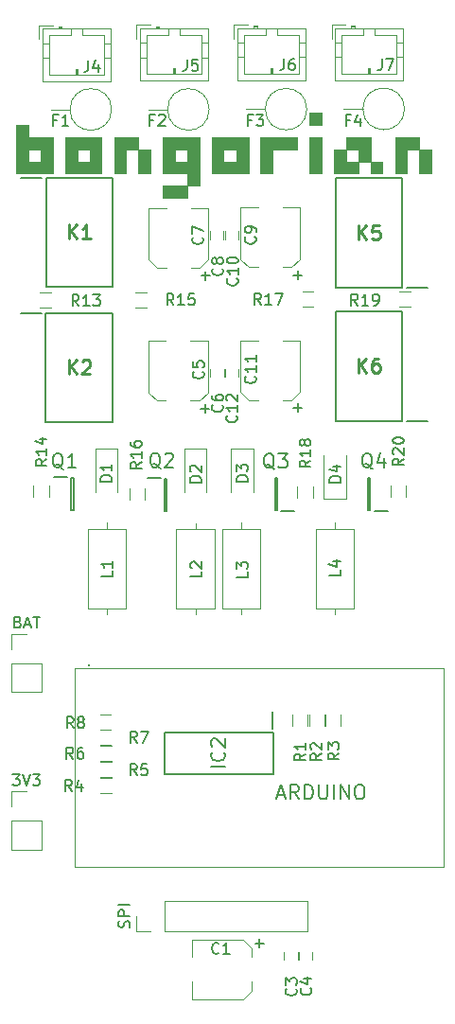
<source format=gto>
G04 #@! TF.FileFunction,Legend,Top*
%FSLAX46Y46*%
G04 Gerber Fmt 4.6, Leading zero omitted, Abs format (unit mm)*
G04 Created by KiCad (PCBNEW 4.0.7) date 06/26/18 02:25:57*
%MOMM*%
%LPD*%
G01*
G04 APERTURE LIST*
%ADD10C,0.150000*%
%ADD11C,0.120000*%
%ADD12C,0.100000*%
%ADD13C,0.200000*%
%ADD14C,0.010000*%
%ADD15C,0.254000*%
G04 APERTURE END LIST*
D10*
D11*
X136903000Y-159179000D02*
X136903000Y-157629000D01*
X136903000Y-153849000D02*
X136903000Y-155399000D01*
X142243000Y-154609000D02*
X142243000Y-155399000D01*
X142243000Y-158419000D02*
X142243000Y-157629000D01*
X136903000Y-159179000D02*
X141483000Y-159179000D01*
X141483000Y-159179000D02*
X142243000Y-158419000D01*
X142243000Y-154609000D02*
X141483000Y-153849000D01*
X141483000Y-153849000D02*
X136903000Y-153849000D01*
X146371000Y-154996000D02*
X146371000Y-155696000D01*
X145171000Y-155696000D02*
X145171000Y-154996000D01*
X147666000Y-154996000D02*
X147666000Y-155696000D01*
X146466000Y-155696000D02*
X146466000Y-154996000D01*
X132997000Y-100327000D02*
X134547000Y-100327000D01*
X138327000Y-100327000D02*
X136777000Y-100327000D01*
X137567000Y-105667000D02*
X136777000Y-105667000D01*
X133757000Y-105667000D02*
X134547000Y-105667000D01*
X132997000Y-100327000D02*
X132997000Y-104907000D01*
X132997000Y-104907000D02*
X133757000Y-105667000D01*
X137567000Y-105667000D02*
X138327000Y-104907000D01*
X138327000Y-104907000D02*
X138327000Y-100327000D01*
X138567000Y-103499000D02*
X138567000Y-102799000D01*
X139767000Y-102799000D02*
X139767000Y-103499000D01*
X133048000Y-88414400D02*
X134598000Y-88414400D01*
X138378000Y-88414400D02*
X136828000Y-88414400D01*
X137618000Y-93754400D02*
X136828000Y-93754400D01*
X133808000Y-93754400D02*
X134598000Y-93754400D01*
X133048000Y-88414400D02*
X133048000Y-92994400D01*
X133048000Y-92994400D02*
X133808000Y-93754400D01*
X137618000Y-93754400D02*
X138378000Y-92994400D01*
X138378000Y-92994400D02*
X138378000Y-88414400D01*
X141277000Y-88389000D02*
X142827000Y-88389000D01*
X146607000Y-88389000D02*
X145057000Y-88389000D01*
X145847000Y-93729000D02*
X145057000Y-93729000D01*
X142037000Y-93729000D02*
X142827000Y-93729000D01*
X141277000Y-88389000D02*
X141277000Y-92969000D01*
X141277000Y-92969000D02*
X142037000Y-93729000D01*
X145847000Y-93729000D02*
X146607000Y-92969000D01*
X146607000Y-92969000D02*
X146607000Y-88389000D01*
X139887000Y-91205800D02*
X139887000Y-90505800D01*
X141087000Y-90505800D02*
X141087000Y-91205800D01*
X141277000Y-100251000D02*
X142827000Y-100251000D01*
X146607000Y-100251000D02*
X145057000Y-100251000D01*
X145847000Y-105591000D02*
X145057000Y-105591000D01*
X142037000Y-105591000D02*
X142827000Y-105591000D01*
X141277000Y-100251000D02*
X141277000Y-104831000D01*
X141277000Y-104831000D02*
X142037000Y-105591000D01*
X145847000Y-105591000D02*
X146607000Y-104831000D01*
X146607000Y-104831000D02*
X146607000Y-100251000D01*
X139913000Y-103499000D02*
X139913000Y-102799000D01*
X141113000Y-102799000D02*
X141113000Y-103499000D01*
X130261000Y-109942000D02*
X128261000Y-109942000D01*
X128261000Y-109942000D02*
X128261000Y-113842000D01*
X130261000Y-109942000D02*
X130261000Y-113842000D01*
X138236000Y-109967000D02*
X136236000Y-109967000D01*
X136236000Y-109967000D02*
X136236000Y-113867000D01*
X138236000Y-109967000D02*
X138236000Y-113867000D01*
X142402000Y-109942000D02*
X140402000Y-109942000D01*
X140402000Y-109942000D02*
X140402000Y-113842000D01*
X142402000Y-109942000D02*
X142402000Y-113842000D01*
X148733000Y-114442000D02*
X150733000Y-114442000D01*
X150733000Y-114442000D02*
X150733000Y-110542000D01*
X148733000Y-114442000D02*
X148733000Y-110542000D01*
X129724000Y-79603600D02*
G75*
G03X129724000Y-79603600I-1860000J0D01*
G01*
X126004000Y-79603600D02*
X124284000Y-79603600D01*
X138461000Y-79603600D02*
G75*
G03X138461000Y-79603600I-1860000J0D01*
G01*
X134741000Y-79603600D02*
X133021000Y-79603600D01*
X147199000Y-79578200D02*
G75*
G03X147199000Y-79578200I-1860000J0D01*
G01*
X143479000Y-79578200D02*
X141759000Y-79578200D01*
X155936000Y-79552800D02*
G75*
G03X155936000Y-79552800I-1860000J0D01*
G01*
X152216000Y-79552800D02*
X150496000Y-79552800D01*
D12*
X126416000Y-129616000D02*
X159436000Y-129616000D01*
X159436000Y-129616000D02*
X159436000Y-147396000D01*
X159436000Y-147396000D02*
X126416000Y-147396000D01*
X126416000Y-147396000D02*
X126416000Y-129616000D01*
X127616000Y-129306000D02*
X127616000Y-129306000D01*
X127716000Y-129306000D02*
X127716000Y-129306000D01*
X127716000Y-129306000D02*
G75*
G03X127616000Y-129306000I-50000J0D01*
G01*
X127616000Y-129306000D02*
G75*
G03X127716000Y-129306000I50000J0D01*
G01*
D13*
X144169000Y-135335000D02*
X144169000Y-139035000D01*
X144169000Y-139035000D02*
X134469000Y-139035000D01*
X134469000Y-139035000D02*
X134469000Y-135335000D01*
X134469000Y-135335000D02*
X144169000Y-135335000D01*
X144119000Y-133510000D02*
X144119000Y-134985000D01*
D11*
X147253000Y-153095000D02*
X147253000Y-150435000D01*
X134493000Y-153095000D02*
X147253000Y-153095000D01*
X134493000Y-150435000D02*
X147253000Y-150435000D01*
X134493000Y-153095000D02*
X134493000Y-150435000D01*
X133223000Y-153095000D02*
X131893000Y-153095000D01*
X131893000Y-153095000D02*
X131893000Y-151765000D01*
X120768000Y-131734000D02*
X123428000Y-131734000D01*
X120768000Y-129134000D02*
X120768000Y-131734000D01*
X123428000Y-129134000D02*
X123428000Y-131734000D01*
X120768000Y-129134000D02*
X123428000Y-129134000D01*
X120768000Y-127864000D02*
X120768000Y-126534000D01*
X120768000Y-126534000D02*
X122098000Y-126534000D01*
X120768000Y-145831000D02*
X123428000Y-145831000D01*
X120768000Y-143231000D02*
X120768000Y-145831000D01*
X123428000Y-143231000D02*
X123428000Y-145831000D01*
X120768000Y-143231000D02*
X123428000Y-143231000D01*
X120768000Y-141961000D02*
X120768000Y-140631000D01*
X120768000Y-140631000D02*
X122098000Y-140631000D01*
X123528000Y-72368000D02*
X123528000Y-77068000D01*
X123528000Y-77068000D02*
X129628000Y-77068000D01*
X129628000Y-77068000D02*
X129628000Y-72368000D01*
X129628000Y-72368000D02*
X123528000Y-72368000D01*
X126078000Y-72368000D02*
X126078000Y-72968000D01*
X126078000Y-72968000D02*
X124128000Y-72968000D01*
X124128000Y-72968000D02*
X124128000Y-76468000D01*
X124128000Y-76468000D02*
X129028000Y-76468000D01*
X129028000Y-76468000D02*
X129028000Y-72968000D01*
X129028000Y-72968000D02*
X127078000Y-72968000D01*
X127078000Y-72968000D02*
X127078000Y-72368000D01*
X123528000Y-73668000D02*
X124128000Y-73668000D01*
X123528000Y-74968000D02*
X124128000Y-74968000D01*
X129628000Y-73668000D02*
X129028000Y-73668000D01*
X129628000Y-74968000D02*
X129028000Y-74968000D01*
X125278000Y-72368000D02*
X125278000Y-72168000D01*
X125278000Y-72168000D02*
X124978000Y-72168000D01*
X124978000Y-72168000D02*
X124978000Y-72368000D01*
X125278000Y-72268000D02*
X124978000Y-72268000D01*
X126478000Y-76468000D02*
X126478000Y-75968000D01*
X126478000Y-75968000D02*
X126678000Y-75968000D01*
X126678000Y-75968000D02*
X126678000Y-76468000D01*
X126578000Y-76468000D02*
X126578000Y-75968000D01*
X124478000Y-72068000D02*
X123228000Y-72068000D01*
X123228000Y-72068000D02*
X123228000Y-73318000D01*
X132240000Y-72342600D02*
X132240000Y-77042600D01*
X132240000Y-77042600D02*
X138340000Y-77042600D01*
X138340000Y-77042600D02*
X138340000Y-72342600D01*
X138340000Y-72342600D02*
X132240000Y-72342600D01*
X134790000Y-72342600D02*
X134790000Y-72942600D01*
X134790000Y-72942600D02*
X132840000Y-72942600D01*
X132840000Y-72942600D02*
X132840000Y-76442600D01*
X132840000Y-76442600D02*
X137740000Y-76442600D01*
X137740000Y-76442600D02*
X137740000Y-72942600D01*
X137740000Y-72942600D02*
X135790000Y-72942600D01*
X135790000Y-72942600D02*
X135790000Y-72342600D01*
X132240000Y-73642600D02*
X132840000Y-73642600D01*
X132240000Y-74942600D02*
X132840000Y-74942600D01*
X138340000Y-73642600D02*
X137740000Y-73642600D01*
X138340000Y-74942600D02*
X137740000Y-74942600D01*
X133990000Y-72342600D02*
X133990000Y-72142600D01*
X133990000Y-72142600D02*
X133690000Y-72142600D01*
X133690000Y-72142600D02*
X133690000Y-72342600D01*
X133990000Y-72242600D02*
X133690000Y-72242600D01*
X135190000Y-76442600D02*
X135190000Y-75942600D01*
X135190000Y-75942600D02*
X135390000Y-75942600D01*
X135390000Y-75942600D02*
X135390000Y-76442600D01*
X135290000Y-76442600D02*
X135290000Y-75942600D01*
X133190000Y-72042600D02*
X131940000Y-72042600D01*
X131940000Y-72042600D02*
X131940000Y-73292600D01*
X140977000Y-72317200D02*
X140977000Y-77017200D01*
X140977000Y-77017200D02*
X147077000Y-77017200D01*
X147077000Y-77017200D02*
X147077000Y-72317200D01*
X147077000Y-72317200D02*
X140977000Y-72317200D01*
X143527000Y-72317200D02*
X143527000Y-72917200D01*
X143527000Y-72917200D02*
X141577000Y-72917200D01*
X141577000Y-72917200D02*
X141577000Y-76417200D01*
X141577000Y-76417200D02*
X146477000Y-76417200D01*
X146477000Y-76417200D02*
X146477000Y-72917200D01*
X146477000Y-72917200D02*
X144527000Y-72917200D01*
X144527000Y-72917200D02*
X144527000Y-72317200D01*
X140977000Y-73617200D02*
X141577000Y-73617200D01*
X140977000Y-74917200D02*
X141577000Y-74917200D01*
X147077000Y-73617200D02*
X146477000Y-73617200D01*
X147077000Y-74917200D02*
X146477000Y-74917200D01*
X142727000Y-72317200D02*
X142727000Y-72117200D01*
X142727000Y-72117200D02*
X142427000Y-72117200D01*
X142427000Y-72117200D02*
X142427000Y-72317200D01*
X142727000Y-72217200D02*
X142427000Y-72217200D01*
X143927000Y-76417200D02*
X143927000Y-75917200D01*
X143927000Y-75917200D02*
X144127000Y-75917200D01*
X144127000Y-75917200D02*
X144127000Y-76417200D01*
X144027000Y-76417200D02*
X144027000Y-75917200D01*
X141927000Y-72017200D02*
X140677000Y-72017200D01*
X140677000Y-72017200D02*
X140677000Y-73267200D01*
X149715000Y-72317200D02*
X149715000Y-77017200D01*
X149715000Y-77017200D02*
X155815000Y-77017200D01*
X155815000Y-77017200D02*
X155815000Y-72317200D01*
X155815000Y-72317200D02*
X149715000Y-72317200D01*
X152265000Y-72317200D02*
X152265000Y-72917200D01*
X152265000Y-72917200D02*
X150315000Y-72917200D01*
X150315000Y-72917200D02*
X150315000Y-76417200D01*
X150315000Y-76417200D02*
X155215000Y-76417200D01*
X155215000Y-76417200D02*
X155215000Y-72917200D01*
X155215000Y-72917200D02*
X153265000Y-72917200D01*
X153265000Y-72917200D02*
X153265000Y-72317200D01*
X149715000Y-73617200D02*
X150315000Y-73617200D01*
X149715000Y-74917200D02*
X150315000Y-74917200D01*
X155815000Y-73617200D02*
X155215000Y-73617200D01*
X155815000Y-74917200D02*
X155215000Y-74917200D01*
X151465000Y-72317200D02*
X151465000Y-72117200D01*
X151465000Y-72117200D02*
X151165000Y-72117200D01*
X151165000Y-72117200D02*
X151165000Y-72317200D01*
X151465000Y-72217200D02*
X151165000Y-72217200D01*
X152665000Y-76417200D02*
X152665000Y-75917200D01*
X152665000Y-75917200D02*
X152865000Y-75917200D01*
X152865000Y-75917200D02*
X152865000Y-76417200D01*
X152765000Y-76417200D02*
X152765000Y-75917200D01*
X150665000Y-72017200D02*
X149415000Y-72017200D01*
X149415000Y-72017200D02*
X149415000Y-73267200D01*
D13*
X123848000Y-85711800D02*
X129848000Y-85711800D01*
X129848000Y-85711800D02*
X129848000Y-95491800D01*
X129848000Y-95491800D02*
X123848000Y-95491800D01*
X123848000Y-95491800D02*
X123848000Y-85711800D01*
X121598000Y-85716800D02*
X123498000Y-85716800D01*
X123822000Y-97802000D02*
X129822000Y-97802000D01*
X129822000Y-97802000D02*
X129822000Y-107582000D01*
X129822000Y-107582000D02*
X123822000Y-107582000D01*
X123822000Y-107582000D02*
X123822000Y-97802000D01*
X121572000Y-97807000D02*
X123472000Y-97807000D01*
X155756000Y-95542600D02*
X149756000Y-95542600D01*
X149756000Y-95542600D02*
X149756000Y-85762600D01*
X149756000Y-85762600D02*
X155756000Y-85762600D01*
X155756000Y-85762600D02*
X155756000Y-95542600D01*
X158006000Y-95537600D02*
X156106000Y-95537600D01*
X155756000Y-107455000D02*
X149756000Y-107455000D01*
X149756000Y-107455000D02*
X149756000Y-97675000D01*
X149756000Y-97675000D02*
X155756000Y-97675000D01*
X155756000Y-97675000D02*
X155756000Y-107455000D01*
X158006000Y-107450000D02*
X156106000Y-107450000D01*
D11*
X130996000Y-117115000D02*
X127576000Y-117115000D01*
X127576000Y-117115000D02*
X127576000Y-124235000D01*
X127576000Y-124235000D02*
X130996000Y-124235000D01*
X130996000Y-124235000D02*
X130996000Y-117115000D01*
X129286000Y-116575000D02*
X129286000Y-117115000D01*
X129286000Y-124775000D02*
X129286000Y-124235000D01*
X138946000Y-117141000D02*
X135526000Y-117141000D01*
X135526000Y-117141000D02*
X135526000Y-124261000D01*
X135526000Y-124261000D02*
X138946000Y-124261000D01*
X138946000Y-124261000D02*
X138946000Y-117141000D01*
X137236000Y-116601000D02*
X137236000Y-117141000D01*
X137236000Y-124801000D02*
X137236000Y-124261000D01*
X143061000Y-117115000D02*
X139641000Y-117115000D01*
X139641000Y-117115000D02*
X139641000Y-124235000D01*
X139641000Y-124235000D02*
X143061000Y-124235000D01*
X143061000Y-124235000D02*
X143061000Y-117115000D01*
X141351000Y-116575000D02*
X141351000Y-117115000D01*
X141351000Y-124775000D02*
X141351000Y-124235000D01*
X151443000Y-117115000D02*
X148023000Y-117115000D01*
X148023000Y-117115000D02*
X148023000Y-124235000D01*
X148023000Y-124235000D02*
X151443000Y-124235000D01*
X151443000Y-124235000D02*
X151443000Y-117115000D01*
X149733000Y-116575000D02*
X149733000Y-117115000D01*
X149733000Y-124775000D02*
X149733000Y-124235000D01*
D13*
X126113000Y-112571000D02*
X126313000Y-112571000D01*
X126313000Y-112571000D02*
X126313000Y-115471000D01*
X126313000Y-115471000D02*
X126113000Y-115471000D01*
X126113000Y-115471000D02*
X126113000Y-112571000D01*
X124563000Y-112486000D02*
X125763000Y-112486000D01*
X134469000Y-112672000D02*
X134669000Y-112672000D01*
X134669000Y-112672000D02*
X134669000Y-115572000D01*
X134669000Y-115572000D02*
X134469000Y-115572000D01*
X134469000Y-115572000D02*
X134469000Y-112672000D01*
X132919000Y-112587000D02*
X134119000Y-112587000D01*
X144550000Y-115471000D02*
X144350000Y-115471000D01*
X144350000Y-115471000D02*
X144350000Y-112571000D01*
X144350000Y-112571000D02*
X144550000Y-112571000D01*
X144550000Y-112571000D02*
X144550000Y-115471000D01*
X146100000Y-115556000D02*
X144900000Y-115556000D01*
X152881000Y-115445000D02*
X152681000Y-115445000D01*
X152681000Y-115445000D02*
X152681000Y-112545000D01*
X152681000Y-112545000D02*
X152881000Y-112545000D01*
X152881000Y-112545000D02*
X152881000Y-115445000D01*
X154431000Y-115530000D02*
X153231000Y-115530000D01*
D11*
X145929000Y-134714000D02*
X145929000Y-133714000D01*
X147289000Y-133714000D02*
X147289000Y-134714000D01*
X147402000Y-134714000D02*
X147402000Y-133714000D01*
X148762000Y-133714000D02*
X148762000Y-134714000D01*
X148875000Y-134714000D02*
X148875000Y-133714000D01*
X150235000Y-133714000D02*
X150235000Y-134714000D01*
X128710000Y-139401000D02*
X129710000Y-139401000D01*
X129710000Y-140761000D02*
X128710000Y-140761000D01*
X128710000Y-137979000D02*
X129710000Y-137979000D01*
X129710000Y-139339000D02*
X128710000Y-139339000D01*
X128710000Y-136556000D02*
X129710000Y-136556000D01*
X129710000Y-137916000D02*
X128710000Y-137916000D01*
X128684000Y-135108000D02*
X129684000Y-135108000D01*
X129684000Y-136468000D02*
X128684000Y-136468000D01*
X128684000Y-133737000D02*
X129684000Y-133737000D01*
X129684000Y-135097000D02*
X128684000Y-135097000D01*
X123300000Y-95967000D02*
X124300000Y-95967000D01*
X124300000Y-97327000D02*
X123300000Y-97327000D01*
X124099000Y-113267000D02*
X124099000Y-114267000D01*
X122739000Y-114267000D02*
X122739000Y-113267000D01*
X131859000Y-95967000D02*
X132859000Y-95967000D01*
X132859000Y-97327000D02*
X131859000Y-97327000D01*
X132658000Y-113495000D02*
X132658000Y-114495000D01*
X131298000Y-114495000D02*
X131298000Y-113495000D01*
X147795000Y-97276200D02*
X146795000Y-97276200D01*
X146795000Y-95916200D02*
X147795000Y-95916200D01*
X146361000Y-114317000D02*
X146361000Y-113317000D01*
X147721000Y-113317000D02*
X147721000Y-114317000D01*
X156481000Y-97276200D02*
X155481000Y-97276200D01*
X155481000Y-95916200D02*
X156481000Y-95916200D01*
X154717000Y-114267000D02*
X154717000Y-113267000D01*
X156077000Y-113267000D02*
X156077000Y-114267000D01*
X138516000Y-91205800D02*
X138516000Y-90505800D01*
X139716000Y-90505800D02*
X139716000Y-91205800D01*
D14*
G36*
X136485086Y-87513886D02*
X134307943Y-87513886D01*
X134307943Y-86425315D01*
X136485086Y-86425315D01*
X136485086Y-87513886D01*
X136485086Y-87513886D01*
G37*
X136485086Y-87513886D02*
X134307943Y-87513886D01*
X134307943Y-86425315D01*
X136485086Y-86425315D01*
X136485086Y-87513886D01*
G36*
X137573657Y-86425315D02*
X136521372Y-86425315D01*
X136521372Y-85336743D01*
X134307943Y-85336743D01*
X134307943Y-83159600D01*
X135396514Y-83159600D01*
X135396514Y-84248172D01*
X136521372Y-84248172D01*
X136521372Y-83159600D01*
X135396514Y-83159600D01*
X134307943Y-83159600D01*
X134307943Y-82071029D01*
X137573657Y-82071029D01*
X137573657Y-86425315D01*
X137573657Y-86425315D01*
G37*
X137573657Y-86425315D02*
X136521372Y-86425315D01*
X136521372Y-85336743D01*
X134307943Y-85336743D01*
X134307943Y-83159600D01*
X135396514Y-83159600D01*
X135396514Y-84248172D01*
X136521372Y-84248172D01*
X136521372Y-83159600D01*
X135396514Y-83159600D01*
X134307943Y-83159600D01*
X134307943Y-82071029D01*
X137573657Y-82071029D01*
X137573657Y-86425315D01*
G36*
X122297372Y-82071029D02*
X124474514Y-82071029D01*
X124474514Y-85336743D01*
X121208800Y-85336743D01*
X121208800Y-83159600D01*
X122297372Y-83159600D01*
X122297372Y-84248172D01*
X123385943Y-84248172D01*
X123385943Y-83159600D01*
X122297372Y-83159600D01*
X121208800Y-83159600D01*
X121208800Y-80982458D01*
X122297372Y-80982458D01*
X122297372Y-82071029D01*
X122297372Y-82071029D01*
G37*
X122297372Y-82071029D02*
X124474514Y-82071029D01*
X124474514Y-85336743D01*
X121208800Y-85336743D01*
X121208800Y-83159600D01*
X122297372Y-83159600D01*
X122297372Y-84248172D01*
X123385943Y-84248172D01*
X123385943Y-83159600D01*
X122297372Y-83159600D01*
X121208800Y-83159600D01*
X121208800Y-80982458D01*
X122297372Y-80982458D01*
X122297372Y-82071029D01*
G36*
X128828800Y-85336743D02*
X125563086Y-85336743D01*
X125563086Y-83159600D01*
X126651657Y-83159600D01*
X126651657Y-84248172D01*
X127776514Y-84248172D01*
X127776514Y-83159600D01*
X126651657Y-83159600D01*
X125563086Y-83159600D01*
X125563086Y-82071029D01*
X128828800Y-82071029D01*
X128828800Y-85336743D01*
X128828800Y-85336743D01*
G37*
X128828800Y-85336743D02*
X125563086Y-85336743D01*
X125563086Y-83159600D01*
X126651657Y-83159600D01*
X126651657Y-84248172D01*
X127776514Y-84248172D01*
X127776514Y-83159600D01*
X126651657Y-83159600D01*
X125563086Y-83159600D01*
X125563086Y-82071029D01*
X128828800Y-82071029D01*
X128828800Y-85336743D01*
G36*
X133219372Y-85336743D02*
X132130800Y-85336743D01*
X132130800Y-83159600D01*
X133219372Y-83159600D01*
X133219372Y-85336743D01*
X133219372Y-85336743D01*
G37*
X133219372Y-85336743D02*
X132130800Y-85336743D01*
X132130800Y-83159600D01*
X133219372Y-83159600D01*
X133219372Y-85336743D01*
G36*
X132130800Y-83159600D02*
X131005943Y-83159600D01*
X131005943Y-85336743D01*
X129953657Y-85336743D01*
X129953657Y-82071029D01*
X132130800Y-82071029D01*
X132130800Y-83159600D01*
X132130800Y-83159600D01*
G37*
X132130800Y-83159600D02*
X131005943Y-83159600D01*
X131005943Y-85336743D01*
X129953657Y-85336743D01*
X129953657Y-82071029D01*
X132130800Y-82071029D01*
X132130800Y-83159600D01*
G36*
X141964229Y-85336743D02*
X138698515Y-85336743D01*
X138698515Y-83159600D01*
X139750800Y-83159600D01*
X139750800Y-84248172D01*
X140875657Y-84248172D01*
X140875657Y-83159600D01*
X139750800Y-83159600D01*
X138698515Y-83159600D01*
X138698515Y-82071029D01*
X141964229Y-82071029D01*
X141964229Y-85336743D01*
X141964229Y-85336743D01*
G37*
X141964229Y-85336743D02*
X138698515Y-85336743D01*
X138698515Y-83159600D01*
X139750800Y-83159600D01*
X139750800Y-84248172D01*
X140875657Y-84248172D01*
X140875657Y-83159600D01*
X139750800Y-83159600D01*
X138698515Y-83159600D01*
X138698515Y-82071029D01*
X141964229Y-82071029D01*
X141964229Y-85336743D01*
G36*
X146318514Y-83159600D02*
X144141372Y-83159600D01*
X144141372Y-85336743D01*
X143052800Y-85336743D01*
X143052800Y-82071029D01*
X146318514Y-82071029D01*
X146318514Y-83159600D01*
X146318514Y-83159600D01*
G37*
X146318514Y-83159600D02*
X144141372Y-83159600D01*
X144141372Y-85336743D01*
X143052800Y-85336743D01*
X143052800Y-82071029D01*
X146318514Y-82071029D01*
X146318514Y-83159600D01*
G36*
X148495657Y-85336743D02*
X147443372Y-85336743D01*
X147443372Y-82071029D01*
X148495657Y-82071029D01*
X148495657Y-85336743D01*
X148495657Y-85336743D01*
G37*
X148495657Y-85336743D02*
X147443372Y-85336743D01*
X147443372Y-82071029D01*
X148495657Y-82071029D01*
X148495657Y-85336743D01*
G36*
X153974800Y-85336743D02*
X152886229Y-85336743D01*
X152886229Y-84248172D01*
X153974800Y-84248172D01*
X153974800Y-85336743D01*
X153974800Y-85336743D01*
G37*
X153974800Y-85336743D02*
X152886229Y-85336743D01*
X152886229Y-84248172D01*
X153974800Y-84248172D01*
X153974800Y-85336743D01*
G36*
X152886229Y-84248172D02*
X151797657Y-84248172D01*
X151797657Y-85336743D01*
X149620514Y-85336743D01*
X149620514Y-83159600D01*
X150709086Y-83159600D01*
X150709086Y-84248172D01*
X151797657Y-84248172D01*
X151797657Y-83159600D01*
X150709086Y-83159600D01*
X150709086Y-82071029D01*
X152886229Y-82071029D01*
X152886229Y-84248172D01*
X152886229Y-84248172D01*
G37*
X152886229Y-84248172D02*
X151797657Y-84248172D01*
X151797657Y-85336743D01*
X149620514Y-85336743D01*
X149620514Y-83159600D01*
X150709086Y-83159600D01*
X150709086Y-84248172D01*
X151797657Y-84248172D01*
X151797657Y-83159600D01*
X150709086Y-83159600D01*
X150709086Y-82071029D01*
X152886229Y-82071029D01*
X152886229Y-84248172D01*
G36*
X157240515Y-83159600D02*
X156151943Y-83159600D01*
X156151943Y-85336743D01*
X155099657Y-85336743D01*
X155099657Y-82071029D01*
X157240515Y-82071029D01*
X157240515Y-83159600D01*
X157240515Y-83159600D01*
G37*
X157240515Y-83159600D02*
X156151943Y-83159600D01*
X156151943Y-85336743D01*
X155099657Y-85336743D01*
X155099657Y-82071029D01*
X157240515Y-82071029D01*
X157240515Y-83159600D01*
G36*
X158329086Y-85336743D02*
X157276800Y-85336743D01*
X157276800Y-83159600D01*
X158329086Y-83159600D01*
X158329086Y-85336743D01*
X158329086Y-85336743D01*
G37*
X158329086Y-85336743D02*
X157276800Y-85336743D01*
X157276800Y-83159600D01*
X158329086Y-83159600D01*
X158329086Y-85336743D01*
G36*
X148495657Y-80946172D02*
X147443372Y-80946172D01*
X147443372Y-79893886D01*
X148495657Y-79893886D01*
X148495657Y-80946172D01*
X148495657Y-80946172D01*
G37*
X148495657Y-80946172D02*
X147443372Y-80946172D01*
X147443372Y-79893886D01*
X148495657Y-79893886D01*
X148495657Y-80946172D01*
D10*
X139330134Y-155043143D02*
X139282515Y-155090762D01*
X139139658Y-155138381D01*
X139044420Y-155138381D01*
X138901562Y-155090762D01*
X138806324Y-154995524D01*
X138758705Y-154900286D01*
X138711086Y-154709810D01*
X138711086Y-154566952D01*
X138758705Y-154376476D01*
X138806324Y-154281238D01*
X138901562Y-154186000D01*
X139044420Y-154138381D01*
X139139658Y-154138381D01*
X139282515Y-154186000D01*
X139330134Y-154233619D01*
X140282515Y-155138381D02*
X139711086Y-155138381D01*
X139996800Y-155138381D02*
X139996800Y-154138381D01*
X139901562Y-154281238D01*
X139806324Y-154376476D01*
X139711086Y-154424095D01*
X142572048Y-154220429D02*
X143333953Y-154220429D01*
X142953001Y-154601381D02*
X142953001Y-153839476D01*
X146203943Y-158256266D02*
X146251562Y-158303885D01*
X146299181Y-158446742D01*
X146299181Y-158541980D01*
X146251562Y-158684838D01*
X146156324Y-158780076D01*
X146061086Y-158827695D01*
X145870610Y-158875314D01*
X145727752Y-158875314D01*
X145537276Y-158827695D01*
X145442038Y-158780076D01*
X145346800Y-158684838D01*
X145299181Y-158541980D01*
X145299181Y-158446742D01*
X145346800Y-158303885D01*
X145394419Y-158256266D01*
X145299181Y-157922933D02*
X145299181Y-157303885D01*
X145680133Y-157637219D01*
X145680133Y-157494361D01*
X145727752Y-157399123D01*
X145775371Y-157351504D01*
X145870610Y-157303885D01*
X146108705Y-157303885D01*
X146203943Y-157351504D01*
X146251562Y-157399123D01*
X146299181Y-157494361D01*
X146299181Y-157780076D01*
X146251562Y-157875314D01*
X146203943Y-157922933D01*
X147524743Y-158205466D02*
X147572362Y-158253085D01*
X147619981Y-158395942D01*
X147619981Y-158491180D01*
X147572362Y-158634038D01*
X147477124Y-158729276D01*
X147381886Y-158776895D01*
X147191410Y-158824514D01*
X147048552Y-158824514D01*
X146858076Y-158776895D01*
X146762838Y-158729276D01*
X146667600Y-158634038D01*
X146619981Y-158491180D01*
X146619981Y-158395942D01*
X146667600Y-158253085D01*
X146715219Y-158205466D01*
X146953314Y-157348323D02*
X147619981Y-157348323D01*
X146572362Y-157586419D02*
X147286648Y-157824514D01*
X147286648Y-157205466D01*
X137898143Y-103062066D02*
X137945762Y-103109685D01*
X137993381Y-103252542D01*
X137993381Y-103347780D01*
X137945762Y-103490638D01*
X137850524Y-103585876D01*
X137755286Y-103633495D01*
X137564810Y-103681114D01*
X137421952Y-103681114D01*
X137231476Y-103633495D01*
X137136238Y-103585876D01*
X137041000Y-103490638D01*
X136993381Y-103347780D01*
X136993381Y-103252542D01*
X137041000Y-103109685D01*
X137088619Y-103062066D01*
X136993381Y-102157304D02*
X136993381Y-102633495D01*
X137469571Y-102681114D01*
X137421952Y-102633495D01*
X137374333Y-102538257D01*
X137374333Y-102300161D01*
X137421952Y-102204923D01*
X137469571Y-102157304D01*
X137564810Y-102109685D01*
X137802905Y-102109685D01*
X137898143Y-102157304D01*
X137945762Y-102204923D01*
X137993381Y-102300161D01*
X137993381Y-102538257D01*
X137945762Y-102633495D01*
X137898143Y-102681114D01*
X138098429Y-106757952D02*
X138098429Y-105996047D01*
X138479381Y-106376999D02*
X137717476Y-106376999D01*
X139599943Y-106033866D02*
X139647562Y-106081485D01*
X139695181Y-106224342D01*
X139695181Y-106319580D01*
X139647562Y-106462438D01*
X139552324Y-106557676D01*
X139457086Y-106605295D01*
X139266610Y-106652914D01*
X139123752Y-106652914D01*
X138933276Y-106605295D01*
X138838038Y-106557676D01*
X138742800Y-106462438D01*
X138695181Y-106319580D01*
X138695181Y-106224342D01*
X138742800Y-106081485D01*
X138790419Y-106033866D01*
X138695181Y-105176723D02*
X138695181Y-105367200D01*
X138742800Y-105462438D01*
X138790419Y-105510057D01*
X138933276Y-105605295D01*
X139123752Y-105652914D01*
X139504705Y-105652914D01*
X139599943Y-105605295D01*
X139647562Y-105557676D01*
X139695181Y-105462438D01*
X139695181Y-105271961D01*
X139647562Y-105176723D01*
X139599943Y-105129104D01*
X139504705Y-105081485D01*
X139266610Y-105081485D01*
X139171371Y-105129104D01*
X139123752Y-105176723D01*
X139076133Y-105271961D01*
X139076133Y-105462438D01*
X139123752Y-105557676D01*
X139171371Y-105605295D01*
X139266610Y-105652914D01*
X137847343Y-91022466D02*
X137894962Y-91070085D01*
X137942581Y-91212942D01*
X137942581Y-91308180D01*
X137894962Y-91451038D01*
X137799724Y-91546276D01*
X137704486Y-91593895D01*
X137514010Y-91641514D01*
X137371152Y-91641514D01*
X137180676Y-91593895D01*
X137085438Y-91546276D01*
X136990200Y-91451038D01*
X136942581Y-91308180D01*
X136942581Y-91212942D01*
X136990200Y-91070085D01*
X137037819Y-91022466D01*
X136942581Y-90689133D02*
X136942581Y-90022466D01*
X137942581Y-90451038D01*
X138149429Y-94845352D02*
X138149429Y-94083447D01*
X138530381Y-94464399D02*
X137768476Y-94464399D01*
X142546343Y-90997066D02*
X142593962Y-91044685D01*
X142641581Y-91187542D01*
X142641581Y-91282780D01*
X142593962Y-91425638D01*
X142498724Y-91520876D01*
X142403486Y-91568495D01*
X142213010Y-91616114D01*
X142070152Y-91616114D01*
X141879676Y-91568495D01*
X141784438Y-91520876D01*
X141689200Y-91425638D01*
X141641581Y-91282780D01*
X141641581Y-91187542D01*
X141689200Y-91044685D01*
X141736819Y-90997066D01*
X142641581Y-90520876D02*
X142641581Y-90330400D01*
X142593962Y-90235161D01*
X142546343Y-90187542D01*
X142403486Y-90092304D01*
X142213010Y-90044685D01*
X141832057Y-90044685D01*
X141736819Y-90092304D01*
X141689200Y-90139923D01*
X141641581Y-90235161D01*
X141641581Y-90425638D01*
X141689200Y-90520876D01*
X141736819Y-90568495D01*
X141832057Y-90616114D01*
X142070152Y-90616114D01*
X142165390Y-90568495D01*
X142213010Y-90520876D01*
X142260629Y-90425638D01*
X142260629Y-90235161D01*
X142213010Y-90139923D01*
X142165390Y-90092304D01*
X142070152Y-90044685D01*
X146378429Y-94819952D02*
X146378429Y-94058047D01*
X146759381Y-94438999D02*
X145997476Y-94438999D01*
X140946143Y-94724457D02*
X140993762Y-94772076D01*
X141041381Y-94914933D01*
X141041381Y-95010171D01*
X140993762Y-95153029D01*
X140898524Y-95248267D01*
X140803286Y-95295886D01*
X140612810Y-95343505D01*
X140469952Y-95343505D01*
X140279476Y-95295886D01*
X140184238Y-95248267D01*
X140089000Y-95153029D01*
X140041381Y-95010171D01*
X140041381Y-94914933D01*
X140089000Y-94772076D01*
X140136619Y-94724457D01*
X141041381Y-93772076D02*
X141041381Y-94343505D01*
X141041381Y-94057791D02*
X140041381Y-94057791D01*
X140184238Y-94153029D01*
X140279476Y-94248267D01*
X140327095Y-94343505D01*
X140041381Y-93153029D02*
X140041381Y-93057790D01*
X140089000Y-92962552D01*
X140136619Y-92914933D01*
X140231857Y-92867314D01*
X140422333Y-92819695D01*
X140660429Y-92819695D01*
X140850905Y-92867314D01*
X140946143Y-92914933D01*
X140993762Y-92962552D01*
X141041381Y-93057790D01*
X141041381Y-93153029D01*
X140993762Y-93248267D01*
X140946143Y-93295886D01*
X140850905Y-93343505D01*
X140660429Y-93391124D01*
X140422333Y-93391124D01*
X140231857Y-93343505D01*
X140136619Y-93295886D01*
X140089000Y-93248267D01*
X140041381Y-93153029D01*
X142546343Y-103487457D02*
X142593962Y-103535076D01*
X142641581Y-103677933D01*
X142641581Y-103773171D01*
X142593962Y-103916029D01*
X142498724Y-104011267D01*
X142403486Y-104058886D01*
X142213010Y-104106505D01*
X142070152Y-104106505D01*
X141879676Y-104058886D01*
X141784438Y-104011267D01*
X141689200Y-103916029D01*
X141641581Y-103773171D01*
X141641581Y-103677933D01*
X141689200Y-103535076D01*
X141736819Y-103487457D01*
X142641581Y-102535076D02*
X142641581Y-103106505D01*
X142641581Y-102820791D02*
X141641581Y-102820791D01*
X141784438Y-102916029D01*
X141879676Y-103011267D01*
X141927295Y-103106505D01*
X142641581Y-101582695D02*
X142641581Y-102154124D01*
X142641581Y-101868410D02*
X141641581Y-101868410D01*
X141784438Y-101963648D01*
X141879676Y-102058886D01*
X141927295Y-102154124D01*
X146378429Y-106681952D02*
X146378429Y-105920047D01*
X146759381Y-106300999D02*
X145997476Y-106300999D01*
X140895343Y-106992657D02*
X140942962Y-107040276D01*
X140990581Y-107183133D01*
X140990581Y-107278371D01*
X140942962Y-107421229D01*
X140847724Y-107516467D01*
X140752486Y-107564086D01*
X140562010Y-107611705D01*
X140419152Y-107611705D01*
X140228676Y-107564086D01*
X140133438Y-107516467D01*
X140038200Y-107421229D01*
X139990581Y-107278371D01*
X139990581Y-107183133D01*
X140038200Y-107040276D01*
X140085819Y-106992657D01*
X140990581Y-106040276D02*
X140990581Y-106611705D01*
X140990581Y-106325991D02*
X139990581Y-106325991D01*
X140133438Y-106421229D01*
X140228676Y-106516467D01*
X140276295Y-106611705D01*
X140085819Y-105659324D02*
X140038200Y-105611705D01*
X139990581Y-105516467D01*
X139990581Y-105278371D01*
X140038200Y-105183133D01*
X140085819Y-105135514D01*
X140181057Y-105087895D01*
X140276295Y-105087895D01*
X140419152Y-105135514D01*
X140990581Y-105706943D01*
X140990581Y-105087895D01*
X129738381Y-112879095D02*
X128738381Y-112879095D01*
X128738381Y-112641000D01*
X128786000Y-112498142D01*
X128881238Y-112402904D01*
X128976476Y-112355285D01*
X129166952Y-112307666D01*
X129309810Y-112307666D01*
X129500286Y-112355285D01*
X129595524Y-112402904D01*
X129690762Y-112498142D01*
X129738381Y-112641000D01*
X129738381Y-112879095D01*
X129738381Y-111355285D02*
X129738381Y-111926714D01*
X129738381Y-111641000D02*
X128738381Y-111641000D01*
X128881238Y-111736238D01*
X128976476Y-111831476D01*
X129024095Y-111926714D01*
X137739381Y-112955295D02*
X136739381Y-112955295D01*
X136739381Y-112717200D01*
X136787000Y-112574342D01*
X136882238Y-112479104D01*
X136977476Y-112431485D01*
X137167952Y-112383866D01*
X137310810Y-112383866D01*
X137501286Y-112431485D01*
X137596524Y-112479104D01*
X137691762Y-112574342D01*
X137739381Y-112717200D01*
X137739381Y-112955295D01*
X136834619Y-112002914D02*
X136787000Y-111955295D01*
X136739381Y-111860057D01*
X136739381Y-111621961D01*
X136787000Y-111526723D01*
X136834619Y-111479104D01*
X136929857Y-111431485D01*
X137025095Y-111431485D01*
X137167952Y-111479104D01*
X137739381Y-112050533D01*
X137739381Y-111431485D01*
X141904981Y-112879095D02*
X140904981Y-112879095D01*
X140904981Y-112641000D01*
X140952600Y-112498142D01*
X141047838Y-112402904D01*
X141143076Y-112355285D01*
X141333552Y-112307666D01*
X141476410Y-112307666D01*
X141666886Y-112355285D01*
X141762124Y-112402904D01*
X141857362Y-112498142D01*
X141904981Y-112641000D01*
X141904981Y-112879095D01*
X140904981Y-111974333D02*
X140904981Y-111355285D01*
X141285933Y-111688619D01*
X141285933Y-111545761D01*
X141333552Y-111450523D01*
X141381171Y-111402904D01*
X141476410Y-111355285D01*
X141714505Y-111355285D01*
X141809743Y-111402904D01*
X141857362Y-111450523D01*
X141904981Y-111545761D01*
X141904981Y-111831476D01*
X141857362Y-111926714D01*
X141809743Y-111974333D01*
X150236181Y-112955295D02*
X149236181Y-112955295D01*
X149236181Y-112717200D01*
X149283800Y-112574342D01*
X149379038Y-112479104D01*
X149474276Y-112431485D01*
X149664752Y-112383866D01*
X149807610Y-112383866D01*
X149998086Y-112431485D01*
X150093324Y-112479104D01*
X150188562Y-112574342D01*
X150236181Y-112717200D01*
X150236181Y-112955295D01*
X149569514Y-111526723D02*
X150236181Y-111526723D01*
X149188562Y-111764819D02*
X149902848Y-112002914D01*
X149902848Y-111383866D01*
X124812467Y-80522771D02*
X124479133Y-80522771D01*
X124479133Y-81046581D02*
X124479133Y-80046581D01*
X124955324Y-80046581D01*
X125860086Y-81046581D02*
X125288657Y-81046581D01*
X125574371Y-81046581D02*
X125574371Y-80046581D01*
X125479133Y-80189438D01*
X125383895Y-80284676D01*
X125288657Y-80332295D01*
X133473867Y-80522771D02*
X133140533Y-80522771D01*
X133140533Y-81046581D02*
X133140533Y-80046581D01*
X133616724Y-80046581D01*
X133950057Y-80141819D02*
X133997676Y-80094200D01*
X134092914Y-80046581D01*
X134331010Y-80046581D01*
X134426248Y-80094200D01*
X134473867Y-80141819D01*
X134521486Y-80237057D01*
X134521486Y-80332295D01*
X134473867Y-80475152D01*
X133902438Y-81046581D01*
X134521486Y-81046581D01*
X142262267Y-80548171D02*
X141928933Y-80548171D01*
X141928933Y-81071981D02*
X141928933Y-80071981D01*
X142405124Y-80071981D01*
X142690838Y-80071981D02*
X143309886Y-80071981D01*
X142976552Y-80452933D01*
X143119410Y-80452933D01*
X143214648Y-80500552D01*
X143262267Y-80548171D01*
X143309886Y-80643410D01*
X143309886Y-80881505D01*
X143262267Y-80976743D01*
X143214648Y-81024362D01*
X143119410Y-81071981D01*
X142833695Y-81071981D01*
X142738457Y-81024362D01*
X142690838Y-80976743D01*
X151025267Y-80548171D02*
X150691933Y-80548171D01*
X150691933Y-81071981D02*
X150691933Y-80071981D01*
X151168124Y-80071981D01*
X151977648Y-80405314D02*
X151977648Y-81071981D01*
X151739552Y-80024362D02*
X151501457Y-80738648D01*
X152120505Y-80738648D01*
X144617925Y-140927667D02*
X145222687Y-140927667D01*
X144496972Y-141290524D02*
X144920306Y-140020524D01*
X145343639Y-141290524D01*
X146492686Y-141290524D02*
X146069353Y-140685762D01*
X145766972Y-141290524D02*
X145766972Y-140020524D01*
X146250781Y-140020524D01*
X146371734Y-140081000D01*
X146432210Y-140141476D01*
X146492686Y-140262429D01*
X146492686Y-140443857D01*
X146432210Y-140564810D01*
X146371734Y-140625286D01*
X146250781Y-140685762D01*
X145766972Y-140685762D01*
X147036972Y-141290524D02*
X147036972Y-140020524D01*
X147339353Y-140020524D01*
X147520781Y-140081000D01*
X147641734Y-140201952D01*
X147702210Y-140322905D01*
X147762686Y-140564810D01*
X147762686Y-140746238D01*
X147702210Y-140988143D01*
X147641734Y-141109095D01*
X147520781Y-141230048D01*
X147339353Y-141290524D01*
X147036972Y-141290524D01*
X148306972Y-140020524D02*
X148306972Y-141048619D01*
X148367448Y-141169571D01*
X148427924Y-141230048D01*
X148548877Y-141290524D01*
X148790781Y-141290524D01*
X148911734Y-141230048D01*
X148972210Y-141169571D01*
X149032686Y-141048619D01*
X149032686Y-140020524D01*
X149637448Y-141290524D02*
X149637448Y-140020524D01*
X150242210Y-141290524D02*
X150242210Y-140020524D01*
X150967924Y-141290524D01*
X150967924Y-140020524D01*
X151814591Y-140020524D02*
X152056495Y-140020524D01*
X152177448Y-140081000D01*
X152298400Y-140201952D01*
X152358876Y-140443857D01*
X152358876Y-140867190D01*
X152298400Y-141109095D01*
X152177448Y-141230048D01*
X152056495Y-141290524D01*
X151814591Y-141290524D01*
X151693638Y-141230048D01*
X151572686Y-141109095D01*
X151512210Y-140867190D01*
X151512210Y-140443857D01*
X151572686Y-140201952D01*
X151693638Y-140081000D01*
X151814591Y-140020524D01*
X139893524Y-138424762D02*
X138623524Y-138424762D01*
X139772571Y-137094286D02*
X139833048Y-137154762D01*
X139893524Y-137336191D01*
X139893524Y-137457143D01*
X139833048Y-137638571D01*
X139712095Y-137759524D01*
X139591143Y-137820000D01*
X139349238Y-137880476D01*
X139167810Y-137880476D01*
X138925905Y-137820000D01*
X138804952Y-137759524D01*
X138684000Y-137638571D01*
X138623524Y-137457143D01*
X138623524Y-137336191D01*
X138684000Y-137154762D01*
X138744476Y-137094286D01*
X138744476Y-136610476D02*
X138684000Y-136550000D01*
X138623524Y-136429048D01*
X138623524Y-136126667D01*
X138684000Y-136005714D01*
X138744476Y-135945238D01*
X138865429Y-135884762D01*
X138986381Y-135884762D01*
X139167810Y-135945238D01*
X139893524Y-136670952D01*
X139893524Y-135884762D01*
X131297762Y-152788809D02*
X131345381Y-152645952D01*
X131345381Y-152407856D01*
X131297762Y-152312618D01*
X131250143Y-152264999D01*
X131154905Y-152217380D01*
X131059667Y-152217380D01*
X130964429Y-152264999D01*
X130916810Y-152312618D01*
X130869190Y-152407856D01*
X130821571Y-152598333D01*
X130773952Y-152693571D01*
X130726333Y-152741190D01*
X130631095Y-152788809D01*
X130535857Y-152788809D01*
X130440619Y-152741190D01*
X130393000Y-152693571D01*
X130345381Y-152598333D01*
X130345381Y-152360237D01*
X130393000Y-152217380D01*
X131345381Y-151788809D02*
X130345381Y-151788809D01*
X130345381Y-151407856D01*
X130393000Y-151312618D01*
X130440619Y-151264999D01*
X130535857Y-151217380D01*
X130678714Y-151217380D01*
X130773952Y-151264999D01*
X130821571Y-151312618D01*
X130869190Y-151407856D01*
X130869190Y-151788809D01*
X131345381Y-150788809D02*
X130345381Y-150788809D01*
X121359905Y-125462571D02*
X121502762Y-125510190D01*
X121550381Y-125557810D01*
X121598000Y-125653048D01*
X121598000Y-125795905D01*
X121550381Y-125891143D01*
X121502762Y-125938762D01*
X121407524Y-125986381D01*
X121026571Y-125986381D01*
X121026571Y-124986381D01*
X121359905Y-124986381D01*
X121455143Y-125034000D01*
X121502762Y-125081619D01*
X121550381Y-125176857D01*
X121550381Y-125272095D01*
X121502762Y-125367333D01*
X121455143Y-125414952D01*
X121359905Y-125462571D01*
X121026571Y-125462571D01*
X121978952Y-125700667D02*
X122455143Y-125700667D01*
X121883714Y-125986381D02*
X122217047Y-124986381D01*
X122550381Y-125986381D01*
X122740857Y-124986381D02*
X123312286Y-124986381D01*
X123026571Y-125986381D02*
X123026571Y-124986381D01*
X120859905Y-139083381D02*
X121478953Y-139083381D01*
X121145619Y-139464333D01*
X121288477Y-139464333D01*
X121383715Y-139511952D01*
X121431334Y-139559571D01*
X121478953Y-139654810D01*
X121478953Y-139892905D01*
X121431334Y-139988143D01*
X121383715Y-140035762D01*
X121288477Y-140083381D01*
X121002762Y-140083381D01*
X120907524Y-140035762D01*
X120859905Y-139988143D01*
X121764667Y-139083381D02*
X122098000Y-140083381D01*
X122431334Y-139083381D01*
X122669429Y-139083381D02*
X123288477Y-139083381D01*
X122955143Y-139464333D01*
X123098001Y-139464333D01*
X123193239Y-139511952D01*
X123240858Y-139559571D01*
X123288477Y-139654810D01*
X123288477Y-139892905D01*
X123240858Y-139988143D01*
X123193239Y-140035762D01*
X123098001Y-140083381D01*
X122812286Y-140083381D01*
X122717048Y-140035762D01*
X122669429Y-139988143D01*
X127631867Y-75220581D02*
X127631867Y-75934867D01*
X127584247Y-76077724D01*
X127489009Y-76172962D01*
X127346152Y-76220581D01*
X127250914Y-76220581D01*
X128536629Y-75553914D02*
X128536629Y-76220581D01*
X128298533Y-75172962D02*
X128060438Y-75887248D01*
X128679486Y-75887248D01*
X136471067Y-75144381D02*
X136471067Y-75858667D01*
X136423447Y-76001524D01*
X136328209Y-76096762D01*
X136185352Y-76144381D01*
X136090114Y-76144381D01*
X137423448Y-75144381D02*
X136947257Y-75144381D01*
X136899638Y-75620571D01*
X136947257Y-75572952D01*
X137042495Y-75525333D01*
X137280591Y-75525333D01*
X137375829Y-75572952D01*
X137423448Y-75620571D01*
X137471067Y-75715810D01*
X137471067Y-75953905D01*
X137423448Y-76049143D01*
X137375829Y-76096762D01*
X137280591Y-76144381D01*
X137042495Y-76144381D01*
X136947257Y-76096762D01*
X136899638Y-76049143D01*
X145157867Y-75068181D02*
X145157867Y-75782467D01*
X145110247Y-75925324D01*
X145015009Y-76020562D01*
X144872152Y-76068181D01*
X144776914Y-76068181D01*
X146062629Y-75068181D02*
X145872152Y-75068181D01*
X145776914Y-75115800D01*
X145729295Y-75163419D01*
X145634057Y-75306276D01*
X145586438Y-75496752D01*
X145586438Y-75877705D01*
X145634057Y-75972943D01*
X145681676Y-76020562D01*
X145776914Y-76068181D01*
X145967391Y-76068181D01*
X146062629Y-76020562D01*
X146110248Y-75972943D01*
X146157867Y-75877705D01*
X146157867Y-75639610D01*
X146110248Y-75544371D01*
X146062629Y-75496752D01*
X145967391Y-75449133D01*
X145776914Y-75449133D01*
X145681676Y-75496752D01*
X145634057Y-75544371D01*
X145586438Y-75639610D01*
X153920867Y-75093581D02*
X153920867Y-75807867D01*
X153873247Y-75950724D01*
X153778009Y-76045962D01*
X153635152Y-76093581D01*
X153539914Y-76093581D01*
X154301819Y-75093581D02*
X154968486Y-75093581D01*
X154539914Y-76093581D01*
D15*
X125910619Y-91176324D02*
X125910619Y-89906324D01*
X126636333Y-91176324D02*
X126092048Y-90450610D01*
X126636333Y-89906324D02*
X125910619Y-90632038D01*
X127845857Y-91176324D02*
X127120143Y-91176324D01*
X127483000Y-91176324D02*
X127483000Y-89906324D01*
X127362048Y-90087752D01*
X127241095Y-90208705D01*
X127120143Y-90269181D01*
X125884619Y-103266524D02*
X125884619Y-101996524D01*
X126610333Y-103266524D02*
X126066048Y-102540810D01*
X126610333Y-101996524D02*
X125884619Y-102722238D01*
X127094143Y-102117476D02*
X127154619Y-102057000D01*
X127275571Y-101996524D01*
X127577952Y-101996524D01*
X127698905Y-102057000D01*
X127759381Y-102117476D01*
X127819857Y-102238429D01*
X127819857Y-102359381D01*
X127759381Y-102540810D01*
X127033667Y-103266524D01*
X127819857Y-103266524D01*
X151818619Y-91227124D02*
X151818619Y-89957124D01*
X152544333Y-91227124D02*
X152000048Y-90501410D01*
X152544333Y-89957124D02*
X151818619Y-90682838D01*
X153693381Y-89957124D02*
X153088619Y-89957124D01*
X153028143Y-90561886D01*
X153088619Y-90501410D01*
X153209571Y-90440933D01*
X153511952Y-90440933D01*
X153632905Y-90501410D01*
X153693381Y-90561886D01*
X153753857Y-90682838D01*
X153753857Y-90985219D01*
X153693381Y-91106171D01*
X153632905Y-91166648D01*
X153511952Y-91227124D01*
X153209571Y-91227124D01*
X153088619Y-91166648D01*
X153028143Y-91106171D01*
X151818619Y-103139524D02*
X151818619Y-101869524D01*
X152544333Y-103139524D02*
X152000048Y-102413810D01*
X152544333Y-101869524D02*
X151818619Y-102595238D01*
X153632905Y-101869524D02*
X153391000Y-101869524D01*
X153270048Y-101930000D01*
X153209571Y-101990476D01*
X153088619Y-102171905D01*
X153028143Y-102413810D01*
X153028143Y-102897619D01*
X153088619Y-103018571D01*
X153149095Y-103079048D01*
X153270048Y-103139524D01*
X153511952Y-103139524D01*
X153632905Y-103079048D01*
X153693381Y-103018571D01*
X153753857Y-102897619D01*
X153753857Y-102595238D01*
X153693381Y-102474286D01*
X153632905Y-102413810D01*
X153511952Y-102353333D01*
X153270048Y-102353333D01*
X153149095Y-102413810D01*
X153088619Y-102474286D01*
X153028143Y-102595238D01*
D10*
X129789181Y-120867466D02*
X129789181Y-121343657D01*
X128789181Y-121343657D01*
X129789181Y-120010323D02*
X129789181Y-120581752D01*
X129789181Y-120296038D02*
X128789181Y-120296038D01*
X128932038Y-120391276D01*
X129027276Y-120486514D01*
X129074895Y-120581752D01*
X137790181Y-120918266D02*
X137790181Y-121394457D01*
X136790181Y-121394457D01*
X136885419Y-120632552D02*
X136837800Y-120584933D01*
X136790181Y-120489695D01*
X136790181Y-120251599D01*
X136837800Y-120156361D01*
X136885419Y-120108742D01*
X136980657Y-120061123D01*
X137075895Y-120061123D01*
X137218752Y-120108742D01*
X137790181Y-120680171D01*
X137790181Y-120061123D01*
X141904981Y-120943666D02*
X141904981Y-121419857D01*
X140904981Y-121419857D01*
X140904981Y-120705571D02*
X140904981Y-120086523D01*
X141285933Y-120419857D01*
X141285933Y-120276999D01*
X141333552Y-120181761D01*
X141381171Y-120134142D01*
X141476410Y-120086523D01*
X141714505Y-120086523D01*
X141809743Y-120134142D01*
X141857362Y-120181761D01*
X141904981Y-120276999D01*
X141904981Y-120562714D01*
X141857362Y-120657952D01*
X141809743Y-120705571D01*
X150185381Y-120791266D02*
X150185381Y-121267457D01*
X149185381Y-121267457D01*
X149518714Y-120029361D02*
X150185381Y-120029361D01*
X149137762Y-120267457D02*
X149852048Y-120505552D01*
X149852048Y-119886504D01*
X125380448Y-111769676D02*
X125259495Y-111709200D01*
X125138543Y-111588248D01*
X124957114Y-111406819D01*
X124836162Y-111346343D01*
X124715210Y-111346343D01*
X124775686Y-111648724D02*
X124654733Y-111588248D01*
X124533781Y-111467295D01*
X124473305Y-111225390D01*
X124473305Y-110802057D01*
X124533781Y-110560152D01*
X124654733Y-110439200D01*
X124775686Y-110378724D01*
X125017590Y-110378724D01*
X125138543Y-110439200D01*
X125259495Y-110560152D01*
X125319971Y-110802057D01*
X125319971Y-111225390D01*
X125259495Y-111467295D01*
X125138543Y-111588248D01*
X125017590Y-111648724D01*
X124775686Y-111648724D01*
X126529495Y-111648724D02*
X125803781Y-111648724D01*
X126166638Y-111648724D02*
X126166638Y-110378724D01*
X126045686Y-110560152D01*
X125924733Y-110681105D01*
X125803781Y-110741581D01*
X134092648Y-111718876D02*
X133971695Y-111658400D01*
X133850743Y-111537448D01*
X133669314Y-111356019D01*
X133548362Y-111295543D01*
X133427410Y-111295543D01*
X133487886Y-111597924D02*
X133366933Y-111537448D01*
X133245981Y-111416495D01*
X133185505Y-111174590D01*
X133185505Y-110751257D01*
X133245981Y-110509352D01*
X133366933Y-110388400D01*
X133487886Y-110327924D01*
X133729790Y-110327924D01*
X133850743Y-110388400D01*
X133971695Y-110509352D01*
X134032171Y-110751257D01*
X134032171Y-111174590D01*
X133971695Y-111416495D01*
X133850743Y-111537448D01*
X133729790Y-111597924D01*
X133487886Y-111597924D01*
X134515981Y-110448876D02*
X134576457Y-110388400D01*
X134697409Y-110327924D01*
X134999790Y-110327924D01*
X135120743Y-110388400D01*
X135181219Y-110448876D01*
X135241695Y-110569829D01*
X135241695Y-110690781D01*
X135181219Y-110872210D01*
X134455505Y-111597924D01*
X135241695Y-111597924D01*
X144303448Y-111795076D02*
X144182495Y-111734600D01*
X144061543Y-111613648D01*
X143880114Y-111432219D01*
X143759162Y-111371743D01*
X143638210Y-111371743D01*
X143698686Y-111674124D02*
X143577733Y-111613648D01*
X143456781Y-111492695D01*
X143396305Y-111250790D01*
X143396305Y-110827457D01*
X143456781Y-110585552D01*
X143577733Y-110464600D01*
X143698686Y-110404124D01*
X143940590Y-110404124D01*
X144061543Y-110464600D01*
X144182495Y-110585552D01*
X144242971Y-110827457D01*
X144242971Y-111250790D01*
X144182495Y-111492695D01*
X144061543Y-111613648D01*
X143940590Y-111674124D01*
X143698686Y-111674124D01*
X144666305Y-110404124D02*
X145452495Y-110404124D01*
X145029162Y-110887933D01*
X145210590Y-110887933D01*
X145331543Y-110948410D01*
X145392019Y-111008886D01*
X145452495Y-111129838D01*
X145452495Y-111432219D01*
X145392019Y-111553171D01*
X145331543Y-111613648D01*
X145210590Y-111674124D01*
X144847733Y-111674124D01*
X144726781Y-111613648D01*
X144666305Y-111553171D01*
X153066448Y-111744276D02*
X152945495Y-111683800D01*
X152824543Y-111562848D01*
X152643114Y-111381419D01*
X152522162Y-111320943D01*
X152401210Y-111320943D01*
X152461686Y-111623324D02*
X152340733Y-111562848D01*
X152219781Y-111441895D01*
X152159305Y-111199990D01*
X152159305Y-110776657D01*
X152219781Y-110534752D01*
X152340733Y-110413800D01*
X152461686Y-110353324D01*
X152703590Y-110353324D01*
X152824543Y-110413800D01*
X152945495Y-110534752D01*
X153005971Y-110776657D01*
X153005971Y-111199990D01*
X152945495Y-111441895D01*
X152824543Y-111562848D01*
X152703590Y-111623324D01*
X152461686Y-111623324D01*
X154094543Y-110776657D02*
X154094543Y-111623324D01*
X153792162Y-110292848D02*
X153489781Y-111199990D01*
X154275971Y-111199990D01*
X147086581Y-137250466D02*
X146610390Y-137583800D01*
X147086581Y-137821895D02*
X146086581Y-137821895D01*
X146086581Y-137440942D01*
X146134200Y-137345704D01*
X146181819Y-137298085D01*
X146277057Y-137250466D01*
X146419914Y-137250466D01*
X146515152Y-137298085D01*
X146562771Y-137345704D01*
X146610390Y-137440942D01*
X146610390Y-137821895D01*
X147086581Y-136298085D02*
X147086581Y-136869514D01*
X147086581Y-136583800D02*
X146086581Y-136583800D01*
X146229438Y-136679038D01*
X146324676Y-136774276D01*
X146372295Y-136869514D01*
X148534381Y-137225066D02*
X148058190Y-137558400D01*
X148534381Y-137796495D02*
X147534381Y-137796495D01*
X147534381Y-137415542D01*
X147582000Y-137320304D01*
X147629619Y-137272685D01*
X147724857Y-137225066D01*
X147867714Y-137225066D01*
X147962952Y-137272685D01*
X148010571Y-137320304D01*
X148058190Y-137415542D01*
X148058190Y-137796495D01*
X147629619Y-136844114D02*
X147582000Y-136796495D01*
X147534381Y-136701257D01*
X147534381Y-136463161D01*
X147582000Y-136367923D01*
X147629619Y-136320304D01*
X147724857Y-136272685D01*
X147820095Y-136272685D01*
X147962952Y-136320304D01*
X148534381Y-136891733D01*
X148534381Y-136272685D01*
X150083781Y-137174266D02*
X149607590Y-137507600D01*
X150083781Y-137745695D02*
X149083781Y-137745695D01*
X149083781Y-137364742D01*
X149131400Y-137269504D01*
X149179019Y-137221885D01*
X149274257Y-137174266D01*
X149417114Y-137174266D01*
X149512352Y-137221885D01*
X149559971Y-137269504D01*
X149607590Y-137364742D01*
X149607590Y-137745695D01*
X149083781Y-136840933D02*
X149083781Y-136221885D01*
X149464733Y-136555219D01*
X149464733Y-136412361D01*
X149512352Y-136317123D01*
X149559971Y-136269504D01*
X149655210Y-136221885D01*
X149893305Y-136221885D01*
X149988543Y-136269504D01*
X150036162Y-136317123D01*
X150083781Y-136412361D01*
X150083781Y-136698076D01*
X150036162Y-136793314D01*
X149988543Y-136840933D01*
X126172934Y-140584181D02*
X125839600Y-140107990D01*
X125601505Y-140584181D02*
X125601505Y-139584181D01*
X125982458Y-139584181D01*
X126077696Y-139631800D01*
X126125315Y-139679419D01*
X126172934Y-139774657D01*
X126172934Y-139917514D01*
X126125315Y-140012752D01*
X126077696Y-140060371D01*
X125982458Y-140107990D01*
X125601505Y-140107990D01*
X127030077Y-139917514D02*
X127030077Y-140584181D01*
X126791981Y-139536562D02*
X126553886Y-140250848D01*
X127172934Y-140250848D01*
X131989534Y-139161781D02*
X131656200Y-138685590D01*
X131418105Y-139161781D02*
X131418105Y-138161781D01*
X131799058Y-138161781D01*
X131894296Y-138209400D01*
X131941915Y-138257019D01*
X131989534Y-138352257D01*
X131989534Y-138495114D01*
X131941915Y-138590352D01*
X131894296Y-138637971D01*
X131799058Y-138685590D01*
X131418105Y-138685590D01*
X132894296Y-138161781D02*
X132418105Y-138161781D01*
X132370486Y-138637971D01*
X132418105Y-138590352D01*
X132513343Y-138542733D01*
X132751439Y-138542733D01*
X132846677Y-138590352D01*
X132894296Y-138637971D01*
X132941915Y-138733210D01*
X132941915Y-138971305D01*
X132894296Y-139066543D01*
X132846677Y-139114162D01*
X132751439Y-139161781D01*
X132513343Y-139161781D01*
X132418105Y-139114162D01*
X132370486Y-139066543D01*
X126274534Y-137688581D02*
X125941200Y-137212390D01*
X125703105Y-137688581D02*
X125703105Y-136688581D01*
X126084058Y-136688581D01*
X126179296Y-136736200D01*
X126226915Y-136783819D01*
X126274534Y-136879057D01*
X126274534Y-137021914D01*
X126226915Y-137117152D01*
X126179296Y-137164771D01*
X126084058Y-137212390D01*
X125703105Y-137212390D01*
X127131677Y-136688581D02*
X126941200Y-136688581D01*
X126845962Y-136736200D01*
X126798343Y-136783819D01*
X126703105Y-136926676D01*
X126655486Y-137117152D01*
X126655486Y-137498105D01*
X126703105Y-137593343D01*
X126750724Y-137640962D01*
X126845962Y-137688581D01*
X127036439Y-137688581D01*
X127131677Y-137640962D01*
X127179296Y-137593343D01*
X127226915Y-137498105D01*
X127226915Y-137260010D01*
X127179296Y-137164771D01*
X127131677Y-137117152D01*
X127036439Y-137069533D01*
X126845962Y-137069533D01*
X126750724Y-137117152D01*
X126703105Y-137164771D01*
X126655486Y-137260010D01*
X131989534Y-136240781D02*
X131656200Y-135764590D01*
X131418105Y-136240781D02*
X131418105Y-135240781D01*
X131799058Y-135240781D01*
X131894296Y-135288400D01*
X131941915Y-135336019D01*
X131989534Y-135431257D01*
X131989534Y-135574114D01*
X131941915Y-135669352D01*
X131894296Y-135716971D01*
X131799058Y-135764590D01*
X131418105Y-135764590D01*
X132322867Y-135240781D02*
X132989534Y-135240781D01*
X132560962Y-136240781D01*
X126299934Y-134945381D02*
X125966600Y-134469190D01*
X125728505Y-134945381D02*
X125728505Y-133945381D01*
X126109458Y-133945381D01*
X126204696Y-133993000D01*
X126252315Y-134040619D01*
X126299934Y-134135857D01*
X126299934Y-134278714D01*
X126252315Y-134373952D01*
X126204696Y-134421571D01*
X126109458Y-134469190D01*
X125728505Y-134469190D01*
X126871362Y-134373952D02*
X126776124Y-134326333D01*
X126728505Y-134278714D01*
X126680886Y-134183476D01*
X126680886Y-134135857D01*
X126728505Y-134040619D01*
X126776124Y-133993000D01*
X126871362Y-133945381D01*
X127061839Y-133945381D01*
X127157077Y-133993000D01*
X127204696Y-134040619D01*
X127252315Y-134135857D01*
X127252315Y-134183476D01*
X127204696Y-134278714D01*
X127157077Y-134326333D01*
X127061839Y-134373952D01*
X126871362Y-134373952D01*
X126776124Y-134421571D01*
X126728505Y-134469190D01*
X126680886Y-134564429D01*
X126680886Y-134754905D01*
X126728505Y-134850143D01*
X126776124Y-134897762D01*
X126871362Y-134945381D01*
X127061839Y-134945381D01*
X127157077Y-134897762D01*
X127204696Y-134850143D01*
X127252315Y-134754905D01*
X127252315Y-134564429D01*
X127204696Y-134469190D01*
X127157077Y-134421571D01*
X127061839Y-134373952D01*
X126788943Y-97175581D02*
X126455609Y-96699390D01*
X126217514Y-97175581D02*
X126217514Y-96175581D01*
X126598467Y-96175581D01*
X126693705Y-96223200D01*
X126741324Y-96270819D01*
X126788943Y-96366057D01*
X126788943Y-96508914D01*
X126741324Y-96604152D01*
X126693705Y-96651771D01*
X126598467Y-96699390D01*
X126217514Y-96699390D01*
X127741324Y-97175581D02*
X127169895Y-97175581D01*
X127455609Y-97175581D02*
X127455609Y-96175581D01*
X127360371Y-96318438D01*
X127265133Y-96413676D01*
X127169895Y-96461295D01*
X128074657Y-96175581D02*
X128693705Y-96175581D01*
X128360371Y-96556533D01*
X128503229Y-96556533D01*
X128598467Y-96604152D01*
X128646086Y-96651771D01*
X128693705Y-96747010D01*
X128693705Y-96985105D01*
X128646086Y-97080343D01*
X128598467Y-97127962D01*
X128503229Y-97175581D01*
X128217514Y-97175581D01*
X128122276Y-97127962D01*
X128074657Y-97080343D01*
X123921781Y-110878857D02*
X123445590Y-111212191D01*
X123921781Y-111450286D02*
X122921781Y-111450286D01*
X122921781Y-111069333D01*
X122969400Y-110974095D01*
X123017019Y-110926476D01*
X123112257Y-110878857D01*
X123255114Y-110878857D01*
X123350352Y-110926476D01*
X123397971Y-110974095D01*
X123445590Y-111069333D01*
X123445590Y-111450286D01*
X123921781Y-109926476D02*
X123921781Y-110497905D01*
X123921781Y-110212191D02*
X122921781Y-110212191D01*
X123064638Y-110307429D01*
X123159876Y-110402667D01*
X123207495Y-110497905D01*
X123255114Y-109069333D02*
X123921781Y-109069333D01*
X122874162Y-109307429D02*
X123588448Y-109545524D01*
X123588448Y-108926476D01*
X135272543Y-97099381D02*
X134939209Y-96623190D01*
X134701114Y-97099381D02*
X134701114Y-96099381D01*
X135082067Y-96099381D01*
X135177305Y-96147000D01*
X135224924Y-96194619D01*
X135272543Y-96289857D01*
X135272543Y-96432714D01*
X135224924Y-96527952D01*
X135177305Y-96575571D01*
X135082067Y-96623190D01*
X134701114Y-96623190D01*
X136224924Y-97099381D02*
X135653495Y-97099381D01*
X135939209Y-97099381D02*
X135939209Y-96099381D01*
X135843971Y-96242238D01*
X135748733Y-96337476D01*
X135653495Y-96385095D01*
X137129686Y-96099381D02*
X136653495Y-96099381D01*
X136605876Y-96575571D01*
X136653495Y-96527952D01*
X136748733Y-96480333D01*
X136986829Y-96480333D01*
X137082067Y-96527952D01*
X137129686Y-96575571D01*
X137177305Y-96670810D01*
X137177305Y-96908905D01*
X137129686Y-97004143D01*
X137082067Y-97051762D01*
X136986829Y-97099381D01*
X136748733Y-97099381D01*
X136653495Y-97051762D01*
X136605876Y-97004143D01*
X132405381Y-111158257D02*
X131929190Y-111491591D01*
X132405381Y-111729686D02*
X131405381Y-111729686D01*
X131405381Y-111348733D01*
X131453000Y-111253495D01*
X131500619Y-111205876D01*
X131595857Y-111158257D01*
X131738714Y-111158257D01*
X131833952Y-111205876D01*
X131881571Y-111253495D01*
X131929190Y-111348733D01*
X131929190Y-111729686D01*
X132405381Y-110205876D02*
X132405381Y-110777305D01*
X132405381Y-110491591D02*
X131405381Y-110491591D01*
X131548238Y-110586829D01*
X131643476Y-110682067D01*
X131691095Y-110777305D01*
X131405381Y-109348733D02*
X131405381Y-109539210D01*
X131453000Y-109634448D01*
X131500619Y-109682067D01*
X131643476Y-109777305D01*
X131833952Y-109824924D01*
X132214905Y-109824924D01*
X132310143Y-109777305D01*
X132357762Y-109729686D01*
X132405381Y-109634448D01*
X132405381Y-109443971D01*
X132357762Y-109348733D01*
X132310143Y-109301114D01*
X132214905Y-109253495D01*
X131976810Y-109253495D01*
X131881571Y-109301114D01*
X131833952Y-109348733D01*
X131786333Y-109443971D01*
X131786333Y-109634448D01*
X131833952Y-109729686D01*
X131881571Y-109777305D01*
X131976810Y-109824924D01*
X143095743Y-97048581D02*
X142762409Y-96572390D01*
X142524314Y-97048581D02*
X142524314Y-96048581D01*
X142905267Y-96048581D01*
X143000505Y-96096200D01*
X143048124Y-96143819D01*
X143095743Y-96239057D01*
X143095743Y-96381914D01*
X143048124Y-96477152D01*
X143000505Y-96524771D01*
X142905267Y-96572390D01*
X142524314Y-96572390D01*
X144048124Y-97048581D02*
X143476695Y-97048581D01*
X143762409Y-97048581D02*
X143762409Y-96048581D01*
X143667171Y-96191438D01*
X143571933Y-96286676D01*
X143476695Y-96334295D01*
X144381457Y-96048581D02*
X145048124Y-96048581D01*
X144619552Y-97048581D01*
X147543781Y-111005857D02*
X147067590Y-111339191D01*
X147543781Y-111577286D02*
X146543781Y-111577286D01*
X146543781Y-111196333D01*
X146591400Y-111101095D01*
X146639019Y-111053476D01*
X146734257Y-111005857D01*
X146877114Y-111005857D01*
X146972352Y-111053476D01*
X147019971Y-111101095D01*
X147067590Y-111196333D01*
X147067590Y-111577286D01*
X147543781Y-110053476D02*
X147543781Y-110624905D01*
X147543781Y-110339191D02*
X146543781Y-110339191D01*
X146686638Y-110434429D01*
X146781876Y-110529667D01*
X146829495Y-110624905D01*
X146972352Y-109482048D02*
X146924733Y-109577286D01*
X146877114Y-109624905D01*
X146781876Y-109672524D01*
X146734257Y-109672524D01*
X146639019Y-109624905D01*
X146591400Y-109577286D01*
X146543781Y-109482048D01*
X146543781Y-109291571D01*
X146591400Y-109196333D01*
X146639019Y-109148714D01*
X146734257Y-109101095D01*
X146781876Y-109101095D01*
X146877114Y-109148714D01*
X146924733Y-109196333D01*
X146972352Y-109291571D01*
X146972352Y-109482048D01*
X147019971Y-109577286D01*
X147067590Y-109624905D01*
X147162829Y-109672524D01*
X147353305Y-109672524D01*
X147448543Y-109624905D01*
X147496162Y-109577286D01*
X147543781Y-109482048D01*
X147543781Y-109291571D01*
X147496162Y-109196333D01*
X147448543Y-109148714D01*
X147353305Y-109101095D01*
X147162829Y-109101095D01*
X147067590Y-109148714D01*
X147019971Y-109196333D01*
X146972352Y-109291571D01*
X151757143Y-97124781D02*
X151423809Y-96648590D01*
X151185714Y-97124781D02*
X151185714Y-96124781D01*
X151566667Y-96124781D01*
X151661905Y-96172400D01*
X151709524Y-96220019D01*
X151757143Y-96315257D01*
X151757143Y-96458114D01*
X151709524Y-96553352D01*
X151661905Y-96600971D01*
X151566667Y-96648590D01*
X151185714Y-96648590D01*
X152709524Y-97124781D02*
X152138095Y-97124781D01*
X152423809Y-97124781D02*
X152423809Y-96124781D01*
X152328571Y-96267638D01*
X152233333Y-96362876D01*
X152138095Y-96410495D01*
X153185714Y-97124781D02*
X153376190Y-97124781D01*
X153471429Y-97077162D01*
X153519048Y-97029543D01*
X153614286Y-96886686D01*
X153661905Y-96696210D01*
X153661905Y-96315257D01*
X153614286Y-96220019D01*
X153566667Y-96172400D01*
X153471429Y-96124781D01*
X153280952Y-96124781D01*
X153185714Y-96172400D01*
X153138095Y-96220019D01*
X153090476Y-96315257D01*
X153090476Y-96553352D01*
X153138095Y-96648590D01*
X153185714Y-96696210D01*
X153280952Y-96743829D01*
X153471429Y-96743829D01*
X153566667Y-96696210D01*
X153614286Y-96648590D01*
X153661905Y-96553352D01*
X155874981Y-110853457D02*
X155398790Y-111186791D01*
X155874981Y-111424886D02*
X154874981Y-111424886D01*
X154874981Y-111043933D01*
X154922600Y-110948695D01*
X154970219Y-110901076D01*
X155065457Y-110853457D01*
X155208314Y-110853457D01*
X155303552Y-110901076D01*
X155351171Y-110948695D01*
X155398790Y-111043933D01*
X155398790Y-111424886D01*
X154970219Y-110472505D02*
X154922600Y-110424886D01*
X154874981Y-110329648D01*
X154874981Y-110091552D01*
X154922600Y-109996314D01*
X154970219Y-109948695D01*
X155065457Y-109901076D01*
X155160695Y-109901076D01*
X155303552Y-109948695D01*
X155874981Y-110520124D01*
X155874981Y-109901076D01*
X154874981Y-109282029D02*
X154874981Y-109186790D01*
X154922600Y-109091552D01*
X154970219Y-109043933D01*
X155065457Y-108996314D01*
X155255933Y-108948695D01*
X155494029Y-108948695D01*
X155684505Y-108996314D01*
X155779743Y-109043933D01*
X155827362Y-109091552D01*
X155874981Y-109186790D01*
X155874981Y-109282029D01*
X155827362Y-109377267D01*
X155779743Y-109424886D01*
X155684505Y-109472505D01*
X155494029Y-109520124D01*
X155255933Y-109520124D01*
X155065457Y-109472505D01*
X154970219Y-109424886D01*
X154922600Y-109377267D01*
X154874981Y-109282029D01*
X139625343Y-93816466D02*
X139672962Y-93864085D01*
X139720581Y-94006942D01*
X139720581Y-94102180D01*
X139672962Y-94245038D01*
X139577724Y-94340276D01*
X139482486Y-94387895D01*
X139292010Y-94435514D01*
X139149152Y-94435514D01*
X138958676Y-94387895D01*
X138863438Y-94340276D01*
X138768200Y-94245038D01*
X138720581Y-94102180D01*
X138720581Y-94006942D01*
X138768200Y-93864085D01*
X138815819Y-93816466D01*
X139149152Y-93245038D02*
X139101533Y-93340276D01*
X139053914Y-93387895D01*
X138958676Y-93435514D01*
X138911057Y-93435514D01*
X138815819Y-93387895D01*
X138768200Y-93340276D01*
X138720581Y-93245038D01*
X138720581Y-93054561D01*
X138768200Y-92959323D01*
X138815819Y-92911704D01*
X138911057Y-92864085D01*
X138958676Y-92864085D01*
X139053914Y-92911704D01*
X139101533Y-92959323D01*
X139149152Y-93054561D01*
X139149152Y-93245038D01*
X139196771Y-93340276D01*
X139244390Y-93387895D01*
X139339629Y-93435514D01*
X139530105Y-93435514D01*
X139625343Y-93387895D01*
X139672962Y-93340276D01*
X139720581Y-93245038D01*
X139720581Y-93054561D01*
X139672962Y-92959323D01*
X139625343Y-92911704D01*
X139530105Y-92864085D01*
X139339629Y-92864085D01*
X139244390Y-92911704D01*
X139196771Y-92959323D01*
X139149152Y-93054561D01*
M02*

</source>
